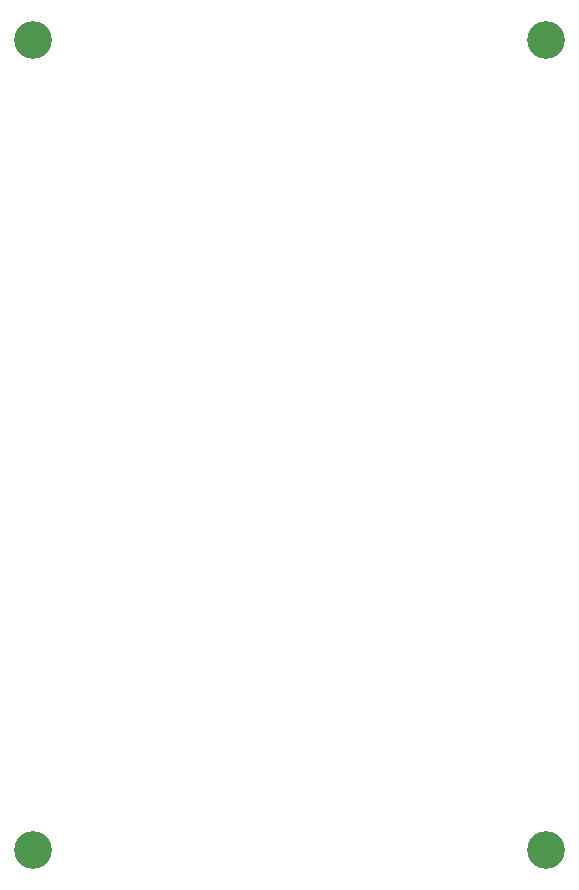
<source format=gbr>
%TF.GenerationSoftware,KiCad,Pcbnew,(6.0.7)*%
%TF.CreationDate,2023-09-07T13:28:07+01:00*%
%TF.ProjectId,CCC_rig_NTC_in,4343435f-7269-4675-9f4e-54435f696e2e,rev?*%
%TF.SameCoordinates,Original*%
%TF.FileFunction,NonPlated,1,2,NPTH,Drill*%
%TF.FilePolarity,Positive*%
%FSLAX46Y46*%
G04 Gerber Fmt 4.6, Leading zero omitted, Abs format (unit mm)*
G04 Created by KiCad (PCBNEW (6.0.7)) date 2023-09-07 13:28:07*
%MOMM*%
%LPD*%
G01*
G04 APERTURE LIST*
%TA.AperFunction,ComponentDrill*%
%ADD10C,3.200000*%
%TD*%
G04 APERTURE END LIST*
D10*
%TO.C,NPTH_0*%
X21500000Y-30300000D03*
%TO.C,NPTH_2*%
X21500000Y-98900000D03*
%TO.C,NPTH_1*%
X65000000Y-30300000D03*
%TO.C,NPTH_3*%
X65000000Y-98900000D03*
M02*

</source>
